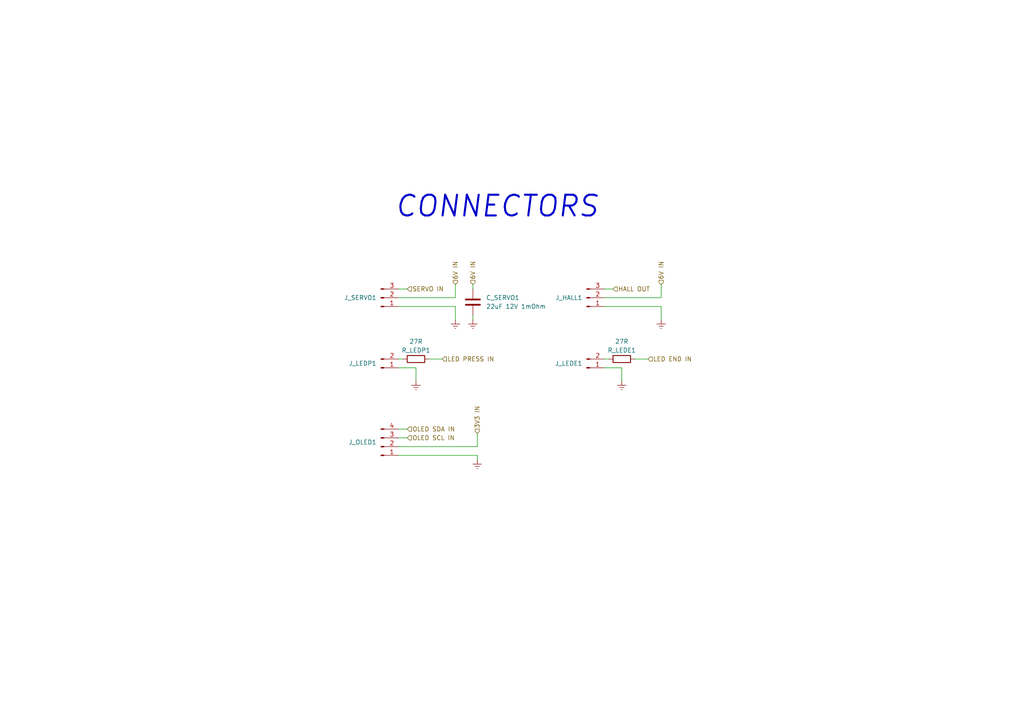
<source format=kicad_sch>
(kicad_sch (version 20211123) (generator eeschema)
  (paper "A4")
  (lib_symbols
    (symbol "Connector:Conn_01x02_Male" (pin_names (offset 1.016) hide)
      (property "Reference" "J" (at 0 2.54 0))
      (property "Value" "Conn_01x02_Male" (at 0 -5.08 0))
      (symbol "Conn_01x02_Male_1_1"
        (polyline (pts (xy 1.27 -2.54) (xy 0.8636 -2.54)) (stroke (width 0.1524)))
        (polyline (pts (xy 1.27 0) (xy 0.8636 0)) (stroke (width 0.1524)))
        (rectangle (start 0.8636 -2.413) (end 0 -2.667) (stroke (width 0.1524)) (fill (type outline)))
        (rectangle (start 0.8636 0.127) (end 0 -0.127) (stroke (width 0.1524)) (fill (type outline)))
        (pin passive line (at 5.08 0 180) (length 3.81) (name "Pin_1") (number "1"))
        (pin passive line (at 5.08 -2.54 180) (length 3.81) (name "Pin_2") (number "2"))
      )
    )
    (symbol "Connector:Conn_01x03_Male" (pin_names (offset 1.016) hide)
      (property "Reference" "J" (at 0 5.08 0))
      (property "Value" "Conn_01x03_Male" (at 0 -5.08 0))
      (symbol "Conn_01x03_Male_1_1"
        (polyline (pts (xy 1.27 -2.54) (xy 0.8636 -2.54)) (stroke (width 0.1524)))
        (polyline (pts (xy 1.27 0) (xy 0.8636 0)) (stroke (width 0.1524)))
        (polyline (pts (xy 1.27 2.54) (xy 0.8636 2.54)) (stroke (width 0.1524)))
        (rectangle (start 0.8636 -2.413) (end 0 -2.667) (stroke (width 0.1524)) (fill (type outline)))
        (rectangle (start 0.8636 0.127) (end 0 -0.127) (stroke (width 0.1524)) (fill (type outline)))
        (rectangle (start 0.8636 2.667) (end 0 2.413) (stroke (width 0.1524)) (fill (type outline)))
        (pin passive line (at 5.08 2.54 180) (length 3.81) (name "Pin_1") (number "1"))
        (pin passive line (at 5.08 0 180) (length 3.81) (name "Pin_2") (number "2"))
        (pin passive line (at 5.08 -2.54 180) (length 3.81) (name "Pin_3") (number "3"))
      )
    )
    (symbol "Connector:Conn_01x04_Male" (pin_names (offset 1.016) hide)
      (property "Reference" "J" (at 0 5.08 0))
      (property "Value" "Conn_01x04_Male" (at 0 -7.62 0))
      (symbol "Conn_01x04_Male_1_1"
        (polyline (pts (xy 1.27 -5.08) (xy 0.8636 -5.08)) (stroke (width 0.1524)))
        (polyline (pts (xy 1.27 -2.54) (xy 0.8636 -2.54)) (stroke (width 0.1524)))
        (polyline (pts (xy 1.27 0) (xy 0.8636 0)) (stroke (width 0.1524)))
        (polyline (pts (xy 1.27 2.54) (xy 0.8636 2.54)) (stroke (width 0.1524)))
        (rectangle (start 0.8636 -4.953) (end 0 -5.207) (stroke (width 0.1524)) (fill (type outline)))
        (rectangle (start 0.8636 -2.413) (end 0 -2.667) (stroke (width 0.1524)) (fill (type outline)))
        (rectangle (start 0.8636 0.127) (end 0 -0.127) (stroke (width 0.1524)) (fill (type outline)))
        (rectangle (start 0.8636 2.667) (end 0 2.413) (stroke (width 0.1524)) (fill (type outline)))
        (pin passive line (at 5.08 2.54 180) (length 3.81) (name "Pin_1") (number "1"))
        (pin passive line (at 5.08 0 180) (length 3.81) (name "Pin_2") (number "2"))
        (pin passive line (at 5.08 -2.54 180) (length 3.81) (name "Pin_3") (number "3"))
        (pin passive line (at 5.08 -5.08 180) (length 3.81) (name "Pin_4") (number "4"))
      )
    )
    (symbol "Device:C" (pin_numbers hide) (pin_names (offset 0.254))
      (property "Reference" "C" (at 0.635 2.54 0))
      (property "Value" "C" (at 0.635 -2.54 0))
      (symbol "C_0_1"
        (polyline (pts (xy -2.032 -0.762) (xy 2.032 -0.762)) (stroke (width 0.508)))
        (polyline (pts (xy -2.032 0.762) (xy 2.032 0.762)) (stroke (width 0.508)))
      )
      (symbol "C_1_1"
        (pin passive line (at 0 3.81 270) (length 2.794) (name "~") (number "1"))
        (pin passive line (at 0 -3.81 90) (length 2.794) (name "~") (number "2"))
      )
    )
    (symbol "Device:R" (pin_numbers hide) (pin_names (offset 0))
      (property "Reference" "R" (at 2.032 0 90))
      (property "Value" "R" (at 0 0 90))
      (symbol "R_0_1"
        (rectangle (start -1.016 -2.54) (end 1.016 2.54) (stroke (width 0.254)))
      )
      (symbol "R_1_1"
        (pin passive line (at 0 3.81 270) (length 1.27) (name "~") (number "1"))
        (pin passive line (at 0 -3.81 90) (length 1.27) (name "~") (number "2"))
      )
    )
    (symbol "power:GNDREF" (power) (pin_names (offset 0))
      (property "Value" "GNDREF" (at 0 -3.81 0))
      (symbol "GNDREF_0_1"
        (polyline (pts (xy -0.635 -1.905) (xy 0.635 -1.905)))
        (polyline (pts (xy -0.127 -2.54) (xy 0.127 -2.54)))
        (polyline (pts (xy 0 -1.27) (xy 0 0)))
        (polyline (pts (xy 1.27 -1.27) (xy -1.27 -1.27)))
      )
      (symbol "GNDREF_1_1"
        (pin power_in line (at 0 0 270) (length 0) hide (name "GNDREF") (number "1"))
      )
    )
  )
  (wire (pts (xy 138.43 129.54) (xy 138.43 125.73)))
  (wire (pts (xy 176.53 104.14) (xy 175.26 104.14)))
  (wire (pts (xy 191.77 88.9) (xy 191.77 92.71)))
  (wire (pts (xy 180.34 106.68) (xy 180.34 110.49)))
  (wire (pts (xy 120.65 106.68) (xy 120.65 110.49)))
  (wire (pts (xy 132.08 86.36) (xy 132.08 82.55)))
  (wire (pts (xy 115.57 132.08) (xy 138.43 132.08)))
  (wire (pts (xy 138.43 132.08) (xy 138.43 133.35)))
  (wire (pts (xy 118.11 124.46) (xy 115.57 124.46)))
  (wire (pts (xy 191.77 86.36) (xy 191.77 82.55)))
  (wire (pts (xy 115.57 88.9) (xy 132.08 88.9)))
  (wire (pts (xy 115.57 86.36) (xy 132.08 86.36)))
  (wire (pts (xy 175.26 88.9) (xy 191.77 88.9)))
  (wire (pts (xy 115.57 106.68) (xy 120.65 106.68)))
  (wire (pts (xy 137.16 82.55) (xy 137.16 83.82)))
  (wire (pts (xy 118.11 83.82) (xy 115.57 83.82)))
  (wire (pts (xy 187.96 104.14) (xy 184.15 104.14)))
  (wire (pts (xy 177.8 83.82) (xy 175.26 83.82)))
  (wire (pts (xy 115.57 129.54) (xy 138.43 129.54)))
  (wire (pts (xy 132.08 88.9) (xy 132.08 92.71)))
  (wire (pts (xy 118.11 127) (xy 115.57 127)))
  (wire (pts (xy 137.16 92.71) (xy 137.16 91.44)))
  (wire (pts (xy 128.27 104.14) (xy 124.46 104.14)))
  (wire (pts (xy 116.84 104.14) (xy 115.57 104.14)))
  (wire (pts (xy 175.26 86.36) (xy 191.77 86.36)))
  (wire (pts (xy 175.26 106.68) (xy 180.34 106.68)))
  (text "CONNECTORS" (at 114.3 63.5 0) (effects (font (size 6 6) (thickness 0.6) bold italic) (justify left bottom)))
  (hierarchical_label "SERVO IN" (shape input) (at 118.11 83.82 0))
  (hierarchical_label "OLED SCL IN" (shape input) (at 118.11 127 0))
  (hierarchical_label "HALL OUT" (shape input) (at 177.8 83.82 0))
  (hierarchical_label "6V IN" (shape input) (at 132.08 82.55 90))
  (hierarchical_label "LED PRESS IN" (shape input) (at 128.27 104.14 0))
  (hierarchical_label "6V IN" (shape input) (at 137.16 82.55 90))
  (hierarchical_label "3V3 IN" (shape input) (at 138.43 125.73 90))
  (hierarchical_label "6V IN" (shape input) (at 191.77 82.55 90))
  (hierarchical_label "LED END IN" (shape input) (at 187.96 104.14 0))
  (hierarchical_label "OLED SDA IN" (shape input) (at 118.11 124.46 0))
  (symbol (lib_id "power:GNDREF") (at 120.65 110.49 0) (unit 1)
    (property "Reference" "#PWR0147" (effects hide))
    (property "Value" "GNDREF" (effects hide))
  )
  (symbol (lib_id "Connector:Conn_01x03_Male") (at 170.18 86.36 0) (mirror x) (unit 1)
    (property "Reference" "J_HALL1" (at 168.91 86.3599 0) (effects (justify right)))
    (property "Value" "Conn_01x03_Female" (effects hide))
    (property "Footprint" "Connector_PinSocket_2.54mm:PinSocket_1x03_P2.54mm_Vertical" (effects hide))
    (property "Datasheet" "https://br.mouser.com/datasheet/2/181/M20-782-1220556.pdf" (effects hide))
    (property "#" "M20-7820346" (effects hide))
    (property "Description" "Header" (effects hide))
    (property "Group" "Hall" (effects hide))
    (property "Mouser" "OK" (effects hide))
  )
  (symbol (lib_id "Device:C") (at 137.16 87.63 0) (unit 1)
    (property "Reference" "C_SERVO1" (at 140.97 86.36 0) (effects (justify left)))
    (property "Value" "22uF 12V 1mOhm" (at 140.97 88.9 0) (effects (justify left)))
    (property "Footprint" "Capacitor_SMD:C_1210_3225Metric_Pad1.33x2.70mm_HandSolder" (effects hide))
    (property "Datasheet" "https://product.tdk.com/system/files/dam/doc/product/capacitor/ceramic/mlcc/catalog/mlcc_commercial_general_en.pdf?ref_disty=mouser" (effects hide))
    (property "#" "C3225X7R1E226M250AB" (effects hide))
    (property "Description" "Decouple" (effects hide))
    (property "Group" "Servo" (effects hide))
    (property "Obs" "wes" (effects hide))
    (property "Mouser" "OK" (effects hide))
  )
  (symbol (lib_id "Connector:Conn_01x03_Male") (at 110.49 86.36 0) (mirror x) (unit 1)
    (property "Reference" "J_SERVO1" (at 109.22 86.3599 0) (effects (justify right)))
    (property "Value" "Conn_01x03_Male" (effects hide))
    (property "Footprint" "Connector_PinHeader_2.54mm:PinHeader_1x03_P2.54mm_Vertical" (effects hide))
    (property "Datasheet" "https://br.mouser.com/datasheet/2/181/M20-999-1218971.pdf" (effects hide))
    (property "#" "M20-9990346" (effects hide))
    (property "Description" "Header" (effects hide))
    (property "Group" "Servo" (effects hide))
    (property "Mouser" "OK" (effects hide))
  )
  (symbol (lib_id "Device:R") (at 120.65 104.14 270) (unit 1)
    (property "Reference" "R_LEDP1" (at 120.65 101.6 90))
    (property "Value" "27R" (at 120.65 99.06 90))
    (property "Footprint" "Resistor_SMD:R_0603_1608Metric_Pad0.98x0.95mm_HandSolder" (effects hide))
    (property "Datasheet" "https://br.mouser.com/datasheet/2/54/Bourns_CMP_Datasheet_05.28.20-1854233.pdf" (effects hide))
    (property "#" "CMP0603-FX-27R0ELF" (effects hide))
    (property "Description" "LED series resistor" (effects hide))
    (property "Group" "LED press" (effects hide))
    (property "Obs" "wes" (effects hide))
    (property "Mouser" "OK" (effects hide))
  )
  (symbol (lib_id "Device:R") (at 180.34 104.14 270) (unit 1)
    (property "Reference" "R_LEDE1" (at 180.34 101.6 90))
    (property "Value" "27R" (at 180.34 99.06 90))
    (property "Footprint" "Resistor_SMD:R_0603_1608Metric_Pad0.98x0.95mm_HandSolder" (effects hide))
    (property "Datasheet" "https://br.mouser.com/datasheet/2/54/Bourns_CMP_Datasheet_05.28.20-1854233.pdf" (effects hide))
    (property "#" "CMP0603-FX-27R0ELF" (effects hide))
    (property "Description" "LED series resistor" (effects hide))
    (property "Group" "LED end" (effects hide))
    (property "Obs" "wes" (effects hide))
    (property "Mouser" "OK" (effects hide))
  )
  (symbol (lib_id "power:GNDREF") (at 191.77 92.71 0) (unit 1)
    (property "Reference" "#PWR0145" (effects hide))
    (property "Value" "GNDREF" (effects hide))
  )
  (symbol (lib_id "Connector:Conn_01x02_Male") (at 170.18 106.68 0) (mirror x) (unit 1)
    (property "Reference" "J_LEDE1" (at 168.91 105.4099 0) (effects (justify right)))
    (property "Value" "Conn_01x02_Male" (effects hide))
    (property "Footprint" "Connector_PinHeader_2.54mm:PinHeader_1x02_P2.54mm_Vertical" (effects hide))
    (property "Datasheet" "https://br.mouser.com/datasheet/2/181/M20-999-1218971.pdf" (effects hide))
    (property "#" "M20-9990245" (effects hide))
    (property "Description" "Header" (effects hide))
    (property "Group" "LED end" (effects hide))
    (property "Mouser" "OK" (effects hide))
  )
  (symbol (lib_id "Connector:Conn_01x02_Male") (at 110.49 106.68 0) (mirror x) (unit 1)
    (property "Reference" "J_LEDP1" (at 109.22 105.4099 0) (effects (justify right)))
    (property "Value" "Conn_01x02_Male" (effects hide))
    (property "Footprint" "Connector_PinHeader_2.54mm:PinHeader_1x02_P2.54mm_Vertical" (effects hide))
    (property "Datasheet" "https://br.mouser.com/datasheet/2/181/M20-999-1218971.pdf" (effects hide))
    (property "#" "M20-9990245" (effects hide))
    (property "Description" "Header" (effects hide))
    (property "Group" "LED press" (effects hide))
    (property "Mouser" "OK" (effects hide))
  )
  (symbol (lib_id "power:GNDREF") (at 180.34 110.49 0) (unit 1)
    (property "Reference" "#PWR0148" (effects hide))
    (property "Value" "GNDREF" (effects hide))
  )
  (symbol (lib_id "power:GNDREF") (at 138.43 133.35 0) (unit 1)
    (property "Reference" "#PWR0141" (effects hide))
    (property "Value" "GNDREF" (effects hide))
  )
  (symbol (lib_id "power:GNDREF") (at 132.08 92.71 0) (unit 1)
    (property "Reference" "#PWR0144" (effects hide))
    (property "Value" "GNDREF" (effects hide))
  )
  (symbol (lib_id "Connector:Conn_01x04_Male") (at 110.49 129.54 0) (mirror x) (unit 1)
    (property "Reference" "J_OLED1" (at 109.22 128.2699 0) (effects (justify right)))
    (property "Value" "Conn_01x04_Male" (effects hide))
    (property "Footprint" "Connector_PinHeader_2.54mm:PinHeader_1x04_P2.54mm_Vertical" (effects hide))
    (property "Datasheet" "https://br.mouser.com/datasheet/2/181/M20-977-1220590.pdf" (effects hide))
    (property "#" "M20-9770446" (effects hide))
    (property "Description" "Header" (effects hide))
    (property "Group" "OLED display" (effects hide))
    (property "Mouser" "OK" (effects hide))
  )
  (symbol (lib_id "power:GNDREF") (at 137.16 92.71 0) (unit 1)
    (property "Reference" "#PWR0129" (effects hide))
    (property "Value" "GNDREF" (effects hide))
  )
)
</source>
